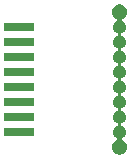
<source format=gbr>
G04 #@! TF.GenerationSoftware,KiCad,Pcbnew,(5.1.5-0-10_14)*
G04 #@! TF.CreationDate,2021-06-03T13:40:16-04:00*
G04 #@! TF.ProjectId,ESLO_RB2_PogoInterface,45534c4f-5f52-4423-925f-506f676f496e,rev?*
G04 #@! TF.SameCoordinates,Original*
G04 #@! TF.FileFunction,Soldermask,Top*
G04 #@! TF.FilePolarity,Negative*
%FSLAX46Y46*%
G04 Gerber Fmt 4.6, Leading zero omitted, Abs format (unit mm)*
G04 Created by KiCad (PCBNEW (5.1.5-0-10_14)) date 2021-06-03 13:40:16*
%MOMM*%
%LPD*%
G04 APERTURE LIST*
%ADD10C,0.100000*%
G04 APERTURE END LIST*
D10*
G36*
X136689890Y-93159017D02*
G01*
X136808364Y-93208091D01*
X136914988Y-93279335D01*
X137005665Y-93370012D01*
X137076910Y-93476638D01*
X137125983Y-93595110D01*
X137151000Y-93720881D01*
X137151000Y-93849119D01*
X137125983Y-93974890D01*
X137076910Y-94093362D01*
X137005665Y-94199988D01*
X136914988Y-94290665D01*
X136808361Y-94361911D01*
X136805966Y-94362903D01*
X136784355Y-94374454D01*
X136765414Y-94390000D01*
X136749869Y-94408942D01*
X136738318Y-94430553D01*
X136731205Y-94454002D01*
X136728804Y-94478388D01*
X136731206Y-94502774D01*
X136738320Y-94526223D01*
X136749871Y-94547834D01*
X136765417Y-94566775D01*
X136784357Y-94582319D01*
X136851242Y-94627010D01*
X136927990Y-94703758D01*
X136958345Y-94749188D01*
X136988291Y-94794005D01*
X137029826Y-94894279D01*
X137051000Y-95000730D01*
X137051000Y-95109270D01*
X137029826Y-95215721D01*
X136988291Y-95315995D01*
X136988290Y-95315996D01*
X136927990Y-95406242D01*
X136851242Y-95482990D01*
X136805812Y-95513345D01*
X136760995Y-95543291D01*
X136685611Y-95574516D01*
X136664000Y-95586067D01*
X136645059Y-95601612D01*
X136629513Y-95620554D01*
X136617962Y-95642165D01*
X136610849Y-95665614D01*
X136608447Y-95690000D01*
X136610849Y-95714386D01*
X136617962Y-95737835D01*
X136629513Y-95759446D01*
X136645058Y-95778387D01*
X136664000Y-95793933D01*
X136685611Y-95805484D01*
X136760995Y-95836709D01*
X136760996Y-95836710D01*
X136851242Y-95897010D01*
X136927990Y-95973758D01*
X136958345Y-96019188D01*
X136988291Y-96064005D01*
X137029826Y-96164279D01*
X137051000Y-96270730D01*
X137051000Y-96379270D01*
X137029826Y-96485721D01*
X136988291Y-96585995D01*
X136988290Y-96585996D01*
X136927990Y-96676242D01*
X136851242Y-96752990D01*
X136805812Y-96783345D01*
X136760995Y-96813291D01*
X136685611Y-96844516D01*
X136664000Y-96856067D01*
X136645059Y-96871612D01*
X136629513Y-96890554D01*
X136617962Y-96912165D01*
X136610849Y-96935614D01*
X136608447Y-96960000D01*
X136610849Y-96984386D01*
X136617962Y-97007835D01*
X136629513Y-97029446D01*
X136645058Y-97048387D01*
X136664000Y-97063933D01*
X136685611Y-97075484D01*
X136760995Y-97106709D01*
X136760996Y-97106710D01*
X136851242Y-97167010D01*
X136927990Y-97243758D01*
X136958345Y-97289188D01*
X136988291Y-97334005D01*
X137029826Y-97434279D01*
X137051000Y-97540730D01*
X137051000Y-97649270D01*
X137029826Y-97755721D01*
X136988291Y-97855995D01*
X136988290Y-97855996D01*
X136927990Y-97946242D01*
X136851242Y-98022990D01*
X136805812Y-98053345D01*
X136760995Y-98083291D01*
X136685611Y-98114516D01*
X136664000Y-98126067D01*
X136645059Y-98141612D01*
X136629513Y-98160554D01*
X136617962Y-98182165D01*
X136610849Y-98205614D01*
X136608447Y-98230000D01*
X136610849Y-98254386D01*
X136617962Y-98277835D01*
X136629513Y-98299446D01*
X136645058Y-98318387D01*
X136664000Y-98333933D01*
X136685611Y-98345484D01*
X136760995Y-98376709D01*
X136760996Y-98376710D01*
X136851242Y-98437010D01*
X136927990Y-98513758D01*
X136958345Y-98559188D01*
X136988291Y-98604005D01*
X137029826Y-98704279D01*
X137051000Y-98810730D01*
X137051000Y-98919270D01*
X137029826Y-99025721D01*
X136988291Y-99125995D01*
X136988290Y-99125996D01*
X136927990Y-99216242D01*
X136851242Y-99292990D01*
X136805812Y-99323345D01*
X136760995Y-99353291D01*
X136685611Y-99384516D01*
X136664000Y-99396067D01*
X136645059Y-99411612D01*
X136629513Y-99430554D01*
X136617962Y-99452165D01*
X136610849Y-99475614D01*
X136608447Y-99500000D01*
X136610849Y-99524386D01*
X136617962Y-99547835D01*
X136629513Y-99569446D01*
X136645058Y-99588387D01*
X136664000Y-99603933D01*
X136685611Y-99615484D01*
X136760995Y-99646709D01*
X136760996Y-99646710D01*
X136851242Y-99707010D01*
X136927990Y-99783758D01*
X136958345Y-99829188D01*
X136988291Y-99874005D01*
X137029826Y-99974279D01*
X137051000Y-100080730D01*
X137051000Y-100189270D01*
X137029826Y-100295721D01*
X136988291Y-100395995D01*
X136988290Y-100395996D01*
X136927990Y-100486242D01*
X136851242Y-100562990D01*
X136805812Y-100593345D01*
X136760995Y-100623291D01*
X136685611Y-100654516D01*
X136664000Y-100666067D01*
X136645059Y-100681612D01*
X136629513Y-100700554D01*
X136617962Y-100722165D01*
X136610849Y-100745614D01*
X136608447Y-100770000D01*
X136610849Y-100794386D01*
X136617962Y-100817835D01*
X136629513Y-100839446D01*
X136645058Y-100858387D01*
X136664000Y-100873933D01*
X136685611Y-100885484D01*
X136760995Y-100916709D01*
X136760996Y-100916710D01*
X136851242Y-100977010D01*
X136927990Y-101053758D01*
X136958345Y-101099188D01*
X136988291Y-101144005D01*
X137029826Y-101244279D01*
X137051000Y-101350730D01*
X137051000Y-101459270D01*
X137029826Y-101565721D01*
X136988291Y-101665995D01*
X136988290Y-101665996D01*
X136927990Y-101756242D01*
X136851242Y-101832990D01*
X136805812Y-101863345D01*
X136760995Y-101893291D01*
X136685611Y-101924516D01*
X136664000Y-101936067D01*
X136645059Y-101951612D01*
X136629513Y-101970554D01*
X136617962Y-101992165D01*
X136610849Y-102015614D01*
X136608447Y-102040000D01*
X136610849Y-102064386D01*
X136617962Y-102087835D01*
X136629513Y-102109446D01*
X136645058Y-102128387D01*
X136664000Y-102143933D01*
X136685611Y-102155484D01*
X136760995Y-102186709D01*
X136760996Y-102186710D01*
X136851242Y-102247010D01*
X136927990Y-102323758D01*
X136958345Y-102369188D01*
X136988291Y-102414005D01*
X137029826Y-102514279D01*
X137051000Y-102620730D01*
X137051000Y-102729270D01*
X137029826Y-102835721D01*
X136988291Y-102935995D01*
X136988290Y-102935996D01*
X136927990Y-103026242D01*
X136851242Y-103102990D01*
X136805812Y-103133345D01*
X136760995Y-103163291D01*
X136685611Y-103194516D01*
X136664000Y-103206067D01*
X136645059Y-103221612D01*
X136629513Y-103240554D01*
X136617962Y-103262165D01*
X136610849Y-103285614D01*
X136608447Y-103310000D01*
X136610849Y-103334386D01*
X136617962Y-103357835D01*
X136629513Y-103379446D01*
X136645058Y-103398387D01*
X136664000Y-103413933D01*
X136685611Y-103425484D01*
X136760995Y-103456709D01*
X136760996Y-103456710D01*
X136851242Y-103517010D01*
X136927990Y-103593758D01*
X136958345Y-103639188D01*
X136988291Y-103684005D01*
X137029826Y-103784279D01*
X137051000Y-103890730D01*
X137051000Y-103999270D01*
X137029826Y-104105721D01*
X136988291Y-104205995D01*
X136988290Y-104205996D01*
X136927990Y-104296242D01*
X136851242Y-104372990D01*
X136809672Y-104400766D01*
X136784357Y-104417681D01*
X136765415Y-104433227D01*
X136749870Y-104452169D01*
X136738319Y-104473779D01*
X136731206Y-104497228D01*
X136728804Y-104521614D01*
X136731206Y-104546001D01*
X136738319Y-104569449D01*
X136749870Y-104591060D01*
X136765416Y-104610002D01*
X136784358Y-104625547D01*
X136805966Y-104637097D01*
X136808361Y-104638089D01*
X136808364Y-104638091D01*
X136914988Y-104709335D01*
X137005665Y-104800012D01*
X137076909Y-104906636D01*
X137125983Y-105025110D01*
X137151000Y-105150882D01*
X137151000Y-105279118D01*
X137125983Y-105404890D01*
X137076909Y-105523364D01*
X137005665Y-105629988D01*
X136914988Y-105720665D01*
X136808364Y-105791909D01*
X136808363Y-105791910D01*
X136808362Y-105791910D01*
X136689890Y-105840983D01*
X136564119Y-105866000D01*
X136435881Y-105866000D01*
X136310110Y-105840983D01*
X136191638Y-105791910D01*
X136191637Y-105791910D01*
X136191636Y-105791909D01*
X136085012Y-105720665D01*
X135994335Y-105629988D01*
X135923091Y-105523364D01*
X135874017Y-105404890D01*
X135849000Y-105279118D01*
X135849000Y-105150882D01*
X135874017Y-105025110D01*
X135923091Y-104906636D01*
X135994335Y-104800012D01*
X136085012Y-104709335D01*
X136191636Y-104638091D01*
X136191639Y-104638089D01*
X136194034Y-104637097D01*
X136215645Y-104625546D01*
X136234586Y-104610000D01*
X136250131Y-104591058D01*
X136261682Y-104569447D01*
X136268795Y-104545998D01*
X136271196Y-104521612D01*
X136268794Y-104497226D01*
X136261680Y-104473777D01*
X136250129Y-104452166D01*
X136234583Y-104433225D01*
X136215643Y-104417681D01*
X136190328Y-104400766D01*
X136148758Y-104372990D01*
X136072010Y-104296242D01*
X136011710Y-104205996D01*
X136011709Y-104205995D01*
X135970174Y-104105721D01*
X135949000Y-103999270D01*
X135949000Y-103890730D01*
X135970174Y-103784279D01*
X136011709Y-103684005D01*
X136041655Y-103639188D01*
X136072010Y-103593758D01*
X136148758Y-103517010D01*
X136239004Y-103456710D01*
X136239005Y-103456709D01*
X136314389Y-103425484D01*
X136336000Y-103413933D01*
X136354941Y-103398388D01*
X136370487Y-103379446D01*
X136382038Y-103357835D01*
X136389151Y-103334386D01*
X136391553Y-103310000D01*
X136389151Y-103285614D01*
X136382038Y-103262165D01*
X136370487Y-103240554D01*
X136354942Y-103221613D01*
X136336000Y-103206067D01*
X136314389Y-103194516D01*
X136239005Y-103163291D01*
X136194188Y-103133345D01*
X136148758Y-103102990D01*
X136072010Y-103026242D01*
X136011710Y-102935996D01*
X136011709Y-102935995D01*
X135970174Y-102835721D01*
X135949000Y-102729270D01*
X135949000Y-102620730D01*
X135970174Y-102514279D01*
X136011709Y-102414005D01*
X136041655Y-102369188D01*
X136072010Y-102323758D01*
X136148758Y-102247010D01*
X136239004Y-102186710D01*
X136239005Y-102186709D01*
X136314389Y-102155484D01*
X136336000Y-102143933D01*
X136354941Y-102128388D01*
X136370487Y-102109446D01*
X136382038Y-102087835D01*
X136389151Y-102064386D01*
X136391553Y-102040000D01*
X136389151Y-102015614D01*
X136382038Y-101992165D01*
X136370487Y-101970554D01*
X136354942Y-101951613D01*
X136336000Y-101936067D01*
X136314389Y-101924516D01*
X136239005Y-101893291D01*
X136194188Y-101863345D01*
X136148758Y-101832990D01*
X136072010Y-101756242D01*
X136011710Y-101665996D01*
X136011709Y-101665995D01*
X135970174Y-101565721D01*
X135949000Y-101459270D01*
X135949000Y-101350730D01*
X135970174Y-101244279D01*
X136011709Y-101144005D01*
X136041655Y-101099188D01*
X136072010Y-101053758D01*
X136148758Y-100977010D01*
X136239004Y-100916710D01*
X136239005Y-100916709D01*
X136314389Y-100885484D01*
X136336000Y-100873933D01*
X136354941Y-100858388D01*
X136370487Y-100839446D01*
X136382038Y-100817835D01*
X136389151Y-100794386D01*
X136391553Y-100770000D01*
X136389151Y-100745614D01*
X136382038Y-100722165D01*
X136370487Y-100700554D01*
X136354942Y-100681613D01*
X136336000Y-100666067D01*
X136314389Y-100654516D01*
X136239005Y-100623291D01*
X136194188Y-100593345D01*
X136148758Y-100562990D01*
X136072010Y-100486242D01*
X136011710Y-100395996D01*
X136011709Y-100395995D01*
X135970174Y-100295721D01*
X135949000Y-100189270D01*
X135949000Y-100080730D01*
X135970174Y-99974279D01*
X136011709Y-99874005D01*
X136041655Y-99829188D01*
X136072010Y-99783758D01*
X136148758Y-99707010D01*
X136239004Y-99646710D01*
X136239005Y-99646709D01*
X136314389Y-99615484D01*
X136336000Y-99603933D01*
X136354941Y-99588388D01*
X136370487Y-99569446D01*
X136382038Y-99547835D01*
X136389151Y-99524386D01*
X136391553Y-99500000D01*
X136389151Y-99475614D01*
X136382038Y-99452165D01*
X136370487Y-99430554D01*
X136354942Y-99411613D01*
X136336000Y-99396067D01*
X136314389Y-99384516D01*
X136239005Y-99353291D01*
X136194188Y-99323345D01*
X136148758Y-99292990D01*
X136072010Y-99216242D01*
X136011710Y-99125996D01*
X136011709Y-99125995D01*
X135970174Y-99025721D01*
X135949000Y-98919270D01*
X135949000Y-98810730D01*
X135970174Y-98704279D01*
X136011709Y-98604005D01*
X136041655Y-98559188D01*
X136072010Y-98513758D01*
X136148758Y-98437010D01*
X136239004Y-98376710D01*
X136239005Y-98376709D01*
X136314389Y-98345484D01*
X136336000Y-98333933D01*
X136354941Y-98318388D01*
X136370487Y-98299446D01*
X136382038Y-98277835D01*
X136389151Y-98254386D01*
X136391553Y-98230000D01*
X136389151Y-98205614D01*
X136382038Y-98182165D01*
X136370487Y-98160554D01*
X136354942Y-98141613D01*
X136336000Y-98126067D01*
X136314389Y-98114516D01*
X136239005Y-98083291D01*
X136194188Y-98053345D01*
X136148758Y-98022990D01*
X136072010Y-97946242D01*
X136011710Y-97855996D01*
X136011709Y-97855995D01*
X135970174Y-97755721D01*
X135949000Y-97649270D01*
X135949000Y-97540730D01*
X135970174Y-97434279D01*
X136011709Y-97334005D01*
X136041655Y-97289188D01*
X136072010Y-97243758D01*
X136148758Y-97167010D01*
X136239004Y-97106710D01*
X136239005Y-97106709D01*
X136314389Y-97075484D01*
X136336000Y-97063933D01*
X136354941Y-97048388D01*
X136370487Y-97029446D01*
X136382038Y-97007835D01*
X136389151Y-96984386D01*
X136391553Y-96960000D01*
X136389151Y-96935614D01*
X136382038Y-96912165D01*
X136370487Y-96890554D01*
X136354942Y-96871613D01*
X136336000Y-96856067D01*
X136314389Y-96844516D01*
X136239005Y-96813291D01*
X136194188Y-96783345D01*
X136148758Y-96752990D01*
X136072010Y-96676242D01*
X136011710Y-96585996D01*
X136011709Y-96585995D01*
X135970174Y-96485721D01*
X135949000Y-96379270D01*
X135949000Y-96270730D01*
X135970174Y-96164279D01*
X136011709Y-96064005D01*
X136041655Y-96019188D01*
X136072010Y-95973758D01*
X136148758Y-95897010D01*
X136239004Y-95836710D01*
X136239005Y-95836709D01*
X136314389Y-95805484D01*
X136336000Y-95793933D01*
X136354941Y-95778388D01*
X136370487Y-95759446D01*
X136382038Y-95737835D01*
X136389151Y-95714386D01*
X136391553Y-95690000D01*
X136389151Y-95665614D01*
X136382038Y-95642165D01*
X136370487Y-95620554D01*
X136354942Y-95601613D01*
X136336000Y-95586067D01*
X136314389Y-95574516D01*
X136239005Y-95543291D01*
X136194188Y-95513345D01*
X136148758Y-95482990D01*
X136072010Y-95406242D01*
X136011710Y-95315996D01*
X136011709Y-95315995D01*
X135970174Y-95215721D01*
X135949000Y-95109270D01*
X135949000Y-95000730D01*
X135970174Y-94894279D01*
X136011709Y-94794005D01*
X136041655Y-94749188D01*
X136072010Y-94703758D01*
X136148758Y-94627010D01*
X136215643Y-94582319D01*
X136234585Y-94566773D01*
X136250130Y-94547831D01*
X136261681Y-94526221D01*
X136268794Y-94502772D01*
X136271196Y-94478386D01*
X136268794Y-94453999D01*
X136261681Y-94430551D01*
X136250130Y-94408940D01*
X136234584Y-94389998D01*
X136215642Y-94374453D01*
X136194034Y-94362903D01*
X136191639Y-94361911D01*
X136085012Y-94290665D01*
X135994335Y-94199988D01*
X135923090Y-94093362D01*
X135874017Y-93974890D01*
X135849000Y-93849119D01*
X135849000Y-93720881D01*
X135874017Y-93595110D01*
X135923090Y-93476638D01*
X135994335Y-93370012D01*
X136085012Y-93279335D01*
X136191636Y-93208091D01*
X136310110Y-93159017D01*
X136435881Y-93134000D01*
X136564119Y-93134000D01*
X136689890Y-93159017D01*
G37*
G36*
X129301000Y-104296000D02*
G01*
X126699000Y-104296000D01*
X126699000Y-103594000D01*
X129301000Y-103594000D01*
X129301000Y-104296000D01*
G37*
G36*
X129301000Y-103026000D02*
G01*
X126699000Y-103026000D01*
X126699000Y-102324000D01*
X129301000Y-102324000D01*
X129301000Y-103026000D01*
G37*
G36*
X129301000Y-101756000D02*
G01*
X126699000Y-101756000D01*
X126699000Y-101054000D01*
X129301000Y-101054000D01*
X129301000Y-101756000D01*
G37*
G36*
X129301000Y-100486000D02*
G01*
X126699000Y-100486000D01*
X126699000Y-99784000D01*
X129301000Y-99784000D01*
X129301000Y-100486000D01*
G37*
G36*
X129301000Y-99216000D02*
G01*
X126699000Y-99216000D01*
X126699000Y-98514000D01*
X129301000Y-98514000D01*
X129301000Y-99216000D01*
G37*
G36*
X129301000Y-97946000D02*
G01*
X126699000Y-97946000D01*
X126699000Y-97244000D01*
X129301000Y-97244000D01*
X129301000Y-97946000D01*
G37*
G36*
X129301000Y-96676000D02*
G01*
X126699000Y-96676000D01*
X126699000Y-95974000D01*
X129301000Y-95974000D01*
X129301000Y-96676000D01*
G37*
G36*
X129301000Y-95406000D02*
G01*
X126699000Y-95406000D01*
X126699000Y-94704000D01*
X129301000Y-94704000D01*
X129301000Y-95406000D01*
G37*
M02*

</source>
